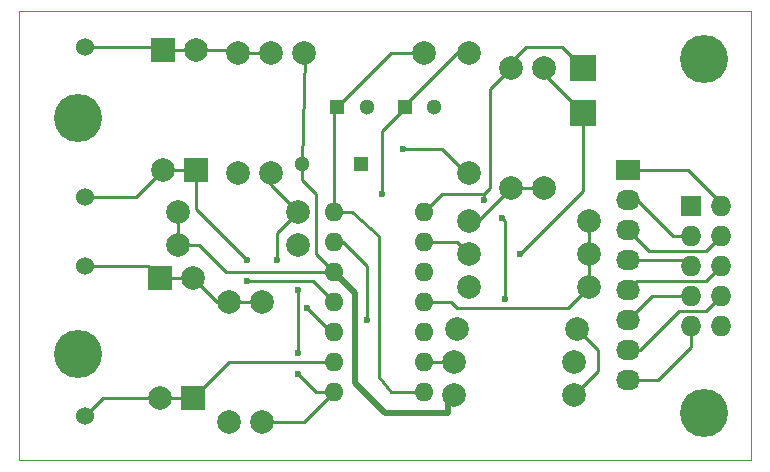
<source format=gbr>
G04 #@! TF.FileFunction,Copper,L1,Top,Signal*
%FSLAX46Y46*%
G04 Gerber Fmt 4.6, Leading zero omitted, Abs format (unit mm)*
G04 Created by KiCad (PCBNEW 4.0.1-stable) date Sonntag, 31. Januar 2016 13:18:43*
%MOMM*%
G01*
G04 APERTURE LIST*
%ADD10C,0.100000*%
%ADD11C,1.998980*%
%ADD12R,1.998980X1.998980*%
%ADD13C,4.064000*%
%ADD14R,1.300000X1.300000*%
%ADD15C,1.300000*%
%ADD16O,1.600000X1.600000*%
%ADD17R,1.727200X1.727200*%
%ADD18O,1.727200X1.727200*%
%ADD19C,1.524000*%
%ADD20R,2.032000X1.727200*%
%ADD21O,2.032000X1.727200*%
%ADD22R,2.235200X2.235200*%
%ADD23C,0.600000*%
%ADD24C,0.500000*%
%ADD25C,0.250000*%
G04 APERTURE END LIST*
D10*
X0Y0D02*
X0Y1000000D01*
X62000000Y0D02*
X0Y0D01*
X62000000Y38000000D02*
X62000000Y0D01*
X0Y38000000D02*
X62000000Y38000000D01*
X0Y1000000D02*
X0Y38000000D01*
D11*
X14999460Y34750000D03*
D12*
X14999460Y24590000D03*
D11*
X12210540Y24590000D03*
D12*
X12210540Y34750000D03*
D11*
X14745460Y15446000D03*
D12*
X14745460Y5286000D03*
D11*
X11956540Y5286000D03*
D12*
X11956540Y15446000D03*
D13*
X5000000Y29000000D03*
X5000000Y9000000D03*
X58000000Y4000000D03*
X58000000Y34000000D03*
D14*
X28972000Y25098000D03*
D15*
X23972000Y25098000D03*
D16*
X26686000Y21034000D03*
X26686000Y18494000D03*
X26686000Y15954000D03*
X26686000Y13414000D03*
X26686000Y10874000D03*
X26686000Y8334000D03*
X26686000Y5794000D03*
X34306000Y5794000D03*
X34306000Y8334000D03*
X34306000Y10874000D03*
X34306000Y13414000D03*
X34306000Y15954000D03*
X34306000Y18494000D03*
X34306000Y21034000D03*
D11*
X41672000Y23066000D03*
X41672000Y33226000D03*
X47006000Y8334000D03*
X36846000Y8334000D03*
X47260000Y11128000D03*
X37100000Y11128000D03*
X36846000Y5540000D03*
X47006000Y5540000D03*
X24146000Y34496000D03*
X34306000Y34496000D03*
X20590000Y3254000D03*
X20590000Y13414000D03*
X44466000Y23066000D03*
X44466000Y33226000D03*
X38116000Y17478000D03*
X48276000Y17478000D03*
X48276000Y14684000D03*
X38116000Y14684000D03*
X38116000Y20272000D03*
X48276000Y20272000D03*
X13478000Y18240000D03*
X23638000Y18240000D03*
X17796000Y13414000D03*
X17796000Y3254000D03*
X38116000Y24336000D03*
X38116000Y34496000D03*
X21352000Y24336000D03*
X21352000Y34496000D03*
X13478000Y21034000D03*
X23638000Y21034000D03*
X18558000Y34496000D03*
X18558000Y24336000D03*
D17*
X56912000Y21542000D03*
D18*
X59452000Y21542000D03*
X56912000Y19002000D03*
X59452000Y19002000D03*
X56912000Y16462000D03*
X59452000Y16462000D03*
X56912000Y13922000D03*
X59452000Y13922000D03*
X56912000Y11382000D03*
X59452000Y11382000D03*
D14*
X26940000Y29924000D03*
D15*
X29440000Y29924000D03*
D14*
X32655000Y29924000D03*
D15*
X35155000Y29924000D03*
D19*
X5604000Y22304000D03*
X5604000Y35004000D03*
X5604000Y3762000D03*
X5604000Y16462000D03*
D20*
X51578000Y24590000D03*
D21*
X51578000Y22050000D03*
X51578000Y19510000D03*
X51578000Y16970000D03*
X51578000Y14430000D03*
X51578000Y11890000D03*
X51578000Y9350000D03*
X51578000Y6810000D03*
D22*
X47768000Y33226000D03*
X47768000Y29416000D03*
D23*
X32528000Y26368000D03*
X30750000Y22558000D03*
X29480000Y11890000D03*
X19320000Y16970000D03*
X19320000Y15192000D03*
X41164000Y13668000D03*
X40910000Y20526000D03*
X39386000Y22050000D03*
X42434000Y17478000D03*
X24400000Y12906000D03*
X21860000Y16970000D03*
X23638000Y14430000D03*
X23638000Y9096000D03*
X23638000Y7318000D03*
D24*
X36338000Y5032000D02*
X36338000Y4016000D01*
X28464000Y14176000D02*
X28464000Y6556000D01*
X28464000Y6556000D02*
X31004000Y4016000D01*
X31004000Y4016000D02*
X36338000Y4016000D01*
X28464000Y14176000D02*
X26686000Y15954000D01*
X36338000Y5032000D02*
X36846000Y5540000D01*
D25*
X38116000Y20272000D02*
X38878000Y20272000D01*
X38878000Y20272000D02*
X41672000Y23066000D01*
X41672000Y23066000D02*
X44466000Y23066000D01*
X35830000Y26368000D02*
X37862000Y24336000D01*
X32528000Y26368000D02*
X35830000Y26368000D01*
X37862000Y24336000D02*
X38116000Y24336000D01*
X23972000Y25098000D02*
X24226000Y34416000D01*
X24226000Y34416000D02*
X24146000Y34496000D01*
X26686000Y15954000D02*
X25162000Y17478000D01*
X23972000Y23748000D02*
X23972000Y25098000D01*
X25162000Y22558000D02*
X23972000Y23748000D01*
X25162000Y17478000D02*
X25162000Y22558000D01*
X26686000Y15954000D02*
X17542000Y15954000D01*
X15256000Y18240000D02*
X13478000Y18240000D01*
X17542000Y15954000D02*
X15256000Y18240000D01*
X13478000Y21034000D02*
X13478000Y18240000D01*
X37100000Y34496000D02*
X38116000Y34496000D01*
X32655000Y29924000D02*
X32655000Y30051000D01*
X32655000Y30051000D02*
X37100000Y34496000D01*
X30750000Y27892000D02*
X32655000Y29797000D01*
X30750000Y22558000D02*
X30750000Y27892000D01*
X32655000Y29797000D02*
X32655000Y29924000D01*
X26686000Y18494000D02*
X27448000Y18494000D01*
X27448000Y18494000D02*
X29480000Y16462000D01*
X29480000Y16462000D02*
X29480000Y11890000D01*
X26686000Y21034000D02*
X26686000Y29670000D01*
X26686000Y29670000D02*
X26940000Y29924000D01*
X34306000Y34496000D02*
X31512000Y34496000D01*
X31512000Y34496000D02*
X26940000Y29924000D01*
X34306000Y5794000D02*
X31512000Y5794000D01*
X28210000Y21034000D02*
X26686000Y21034000D01*
X30496000Y19002000D02*
X28210000Y21034000D01*
X30496000Y7064000D02*
X30496000Y19002000D01*
X31512000Y5794000D02*
X30496000Y7064000D01*
X14999460Y34750520D02*
X12211580Y34750520D01*
X12211580Y34750520D02*
X12210540Y34749480D01*
X5604000Y35004000D02*
X11956020Y35004000D01*
X11956020Y35004000D02*
X12209500Y34750520D01*
X12209500Y34750520D02*
X18303480Y34750520D01*
X18303480Y34750520D02*
X18558000Y34496000D01*
X18558000Y34496000D02*
X21352000Y34496000D01*
X26686000Y13414000D02*
X24908000Y15192000D01*
X14999460Y21290540D02*
X14999460Y24590520D01*
X19320000Y16970000D02*
X14999460Y21290540D01*
X24908000Y15192000D02*
X19320000Y15192000D01*
X12210540Y24589480D02*
X14998420Y24589480D01*
X14998420Y24589480D02*
X14999460Y24590520D01*
X5604000Y22304000D02*
X9925060Y22304000D01*
X9925060Y22304000D02*
X12210540Y24589480D01*
X20590000Y13414000D02*
X17796000Y13414000D01*
X11956540Y15445480D02*
X14744420Y15445480D01*
X14744420Y15445480D02*
X16775900Y13414000D01*
X16775900Y13414000D02*
X20590000Y13414000D01*
X5604000Y16462000D02*
X10940020Y16462000D01*
X10940020Y16462000D02*
X11956540Y15445480D01*
X26686000Y8334000D02*
X17792940Y8334000D01*
X17792940Y8334000D02*
X14745460Y5286520D01*
X5604000Y3762000D02*
X6874000Y5032000D01*
X7128000Y5286000D02*
X11956020Y5286000D01*
X6874000Y5032000D02*
X7128000Y5286000D01*
X11956020Y5286000D02*
X11956540Y5286520D01*
X11956540Y5286520D02*
X14745460Y5286520D01*
X39386000Y22558000D02*
X39386000Y22050000D01*
X41164000Y20272000D02*
X41164000Y13668000D01*
X40910000Y20526000D02*
X41164000Y20272000D01*
X41672000Y33226000D02*
X41672000Y33734000D01*
X41672000Y33734000D02*
X42942000Y35004000D01*
X45990000Y35004000D02*
X47768000Y33226000D01*
X42942000Y35004000D02*
X45990000Y35004000D01*
X35830000Y22558000D02*
X39386000Y22558000D01*
X34306000Y21034000D02*
X35830000Y22558000D01*
X39894000Y31448000D02*
X41672000Y33226000D01*
X39894000Y23066000D02*
X39894000Y31448000D01*
X39386000Y22558000D02*
X39894000Y23066000D01*
X47768000Y22812000D02*
X47768000Y29416000D01*
X42434000Y17478000D02*
X47768000Y22812000D01*
X44466000Y33226000D02*
X44466000Y32718000D01*
X44466000Y32718000D02*
X47768000Y29416000D01*
X34306000Y18494000D02*
X37100000Y18494000D01*
X37100000Y18494000D02*
X38116000Y17478000D01*
X59452000Y21542000D02*
X59452000Y21796000D01*
X59452000Y21796000D02*
X56658000Y24590000D01*
X56658000Y24590000D02*
X51578000Y24590000D01*
X51578000Y22050000D02*
X52340000Y22050000D01*
X52340000Y22050000D02*
X55388000Y19002000D01*
X55388000Y19002000D02*
X56912000Y19002000D01*
X59452000Y19002000D02*
X58182000Y17732000D01*
X53356000Y17732000D02*
X51578000Y19510000D01*
X58182000Y17732000D02*
X53356000Y17732000D01*
X51578000Y16970000D02*
X56404000Y16970000D01*
X56404000Y16970000D02*
X56912000Y16462000D01*
X59452000Y16462000D02*
X58182000Y15192000D01*
X52340000Y15192000D02*
X51578000Y14430000D01*
X58182000Y15192000D02*
X52340000Y15192000D01*
X56912000Y13922000D02*
X53610000Y13922000D01*
X53610000Y13922000D02*
X51578000Y11890000D01*
X59452000Y13922000D02*
X58182000Y12652000D01*
X55896000Y12652000D02*
X52594000Y9350000D01*
X58182000Y12652000D02*
X55896000Y12652000D01*
X52594000Y9350000D02*
X51578000Y9350000D01*
X51578000Y6810000D02*
X54118000Y6810000D01*
X56912000Y9604000D02*
X56912000Y11382000D01*
X54118000Y6810000D02*
X56912000Y9604000D01*
X23638000Y21034000D02*
X21860000Y19256000D01*
X24400000Y12906000D02*
X26432000Y10874000D01*
X21860000Y19256000D02*
X21860000Y16970000D01*
X26432000Y10874000D02*
X26686000Y10874000D01*
X21352000Y24336000D02*
X21352000Y23320000D01*
X21352000Y23320000D02*
X23638000Y21034000D01*
X26686000Y5794000D02*
X25162000Y5794000D01*
X23638000Y9096000D02*
X23638000Y14430000D01*
X25162000Y5794000D02*
X23638000Y7318000D01*
X20590000Y3254000D02*
X24146000Y3254000D01*
X24146000Y3254000D02*
X26686000Y5794000D01*
X34306000Y13414000D02*
X36592000Y13414000D01*
X46498000Y12906000D02*
X48276000Y14684000D01*
X37100000Y12906000D02*
X46498000Y12906000D01*
X36592000Y13414000D02*
X37100000Y12906000D01*
X48276000Y20272000D02*
X48276000Y17478000D01*
X48276000Y17478000D02*
X48276000Y14684000D01*
X47260000Y11128000D02*
X49038000Y9350000D01*
X49038000Y9350000D02*
X49038000Y7572000D01*
X49038000Y7572000D02*
X47006000Y5540000D01*
X34306000Y8334000D02*
X36846000Y8334000D01*
M02*

</source>
